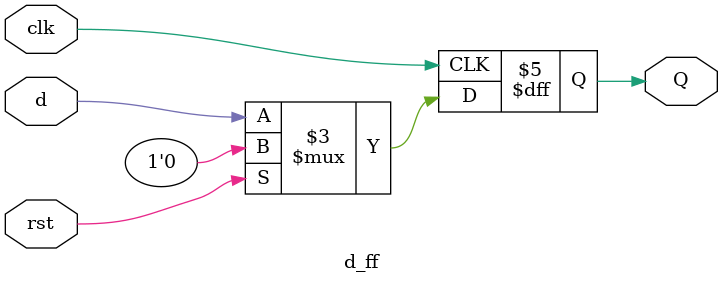
<source format=v>
module d_ff(input clk,d,rst,output reg Q);
	always@(posedge clk)
		begin
			if(rst)
				Q<=1'b0;
			else
				Q<=d;
		end
endmodule

</source>
